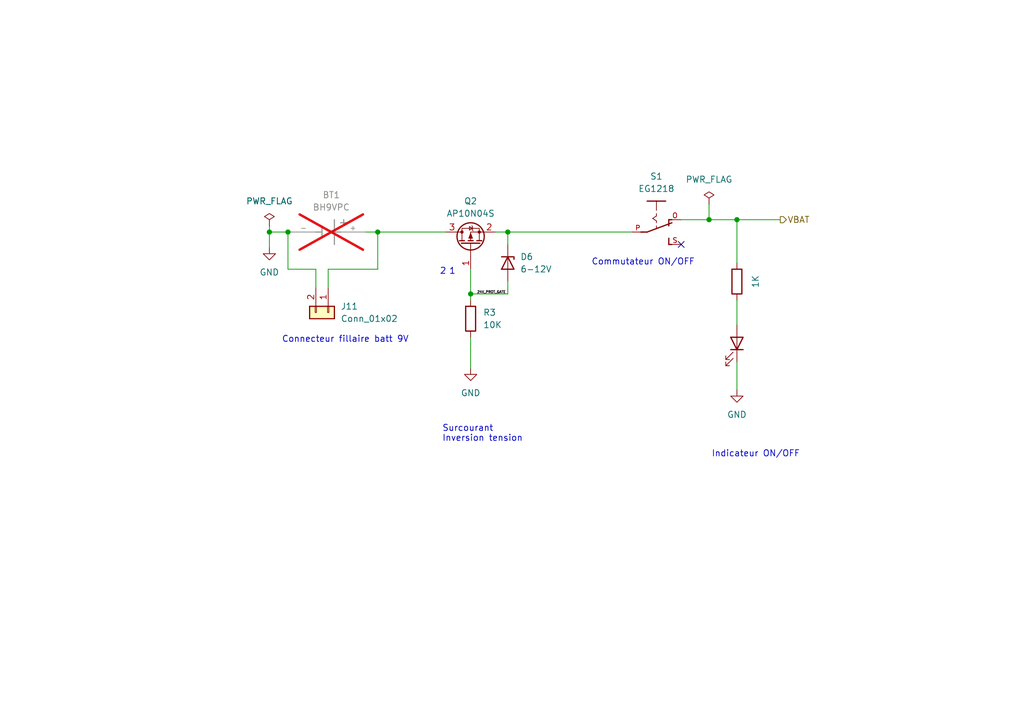
<source format=kicad_sch>
(kicad_sch (version 20230121) (generator eeschema)
  (paper "A5")
  (title_block (title "Power supply - batterie 9V") (company "IngRéadapt UL") (comment 1 "Autheur : Marc-Antoine Guay"))
  (lib_symbols
    (symbol "CeintureRespAT:A03401A" (pin_names hide)
      (property "Reference" "Q2" (at 8.89 0 90))
      (property "Value" "AP10N04S" (at 6.35 0 90))
      (symbol "A03401A_0_1"
        (polyline (pts (xy 0.254 0) (xy -2.54 0)))
        (polyline (pts (xy 0.254 1.905) (xy 0.254 -1.905)) (stroke (width 0.254)))
        (polyline (pts (xy 0.762 -1.27) (xy 0.762 -2.286)) (stroke (width 0.254)))
        (polyline (pts (xy 0.762 0.508) (xy 0.762 -0.508)) (stroke (width 0.254)))
        (polyline (pts (xy 0.762 2.286) (xy 0.762 1.27)) (stroke (width 0.254)))
        (polyline (pts (xy 2.54 2.54) (xy 2.54 1.778)))
        (polyline (pts (xy 2.54 -2.54) (xy 2.54 0) (xy 0.762 0)))
        (polyline (pts (xy 0.762 1.778) (xy 3.302 1.778) (xy 3.302 -1.778) (xy 0.762 -1.778)))
        (polyline (pts (xy 2.286 0) (xy 1.27 0.381) (xy 1.27 -0.381) (xy 2.286 0)) (fill (type outline)))
        (polyline (pts (xy 2.794 -0.508) (xy 2.921 -0.381) (xy 3.683 -0.381) (xy 3.81 -0.254)))
        (polyline (pts (xy 3.302 -0.381) (xy 2.921 0.254) (xy 3.683 0.254) (xy 3.302 -0.381)))
        (circle (center 1.651 0) (radius 2.794) (stroke (width 0.254)))
        (circle (center 2.54 -1.778) (radius 0.254) (fill (type outline)))
        (circle (center 2.54 1.778) (radius 0.254) (fill (type outline)))
      )
      (symbol "A03401A_1_1"
        (pin passive line (at -5.08 0 0) (length 2.54) (name "G") (number "1"))
        (pin passive line (at 2.54 -5.08 90) (length 2.54) (name "S") (number "2"))
        (pin tri_state line (at 2.54 5.08 270) (length 2.54) (name "D") (number "3"))
      )
    )
    (symbol "CeintureRespAT:BH9VPC" (pin_names (offset 1.016))
      (property "Reference" "BT" (at -3.81 3.81 0))
      (property "Value" "BH9VPC" (at -3.81 -5.08 0))
      (symbol "BH9VPC_0_0"
        (polyline (pts (xy -3.81 1.905) (xy -2.54 1.905)) (stroke (width 0.254)))
        (polyline (pts (xy -3.175 2.54) (xy -3.175 1.27)) (stroke (width 0.254)))
        (polyline (pts (xy -1.27 0) (xy -2.54 0)) (stroke (width 0.254)))
        (polyline (pts (xy -1.27 0) (xy -1.27 -2.54)) (stroke (width 0.254)))
        (polyline (pts (xy -1.27 2.54) (xy -1.27 0)) (stroke (width 0.254)))
        (polyline (pts (xy 1.27 0) (xy 1.27 -1.27)) (stroke (width 0.254)))
        (polyline (pts (xy 1.27 0) (xy 2.54 0)) (stroke (width 0.254)))
        (polyline (pts (xy 1.27 1.27) (xy 1.27 0)) (stroke (width 0.254)))
        (pin passive line (at -7.62 0 0) (length 5.08) (name "~") (number "+"))
        (pin passive line (at 7.62 0 180) (length 5.08) (name "~") (number "-"))
      )
    )
    (symbol "CeintureRespAT:EG1218" (pin_names (offset 1.016))
      (property "Reference" "S" (at -6.35 -1.905 90))
      (property "Value" "EG1218" (at -3.81 3.175 90))
      (symbol "EG1218_0_0"
        (polyline (pts (xy -3.81 0) (xy -3.81 -1.905)) (stroke (width 0.254)))
        (polyline (pts (xy -3.81 0) (xy -1.905 0)) (stroke (width 0.1524)))
        (polyline (pts (xy -3.81 1.905) (xy -3.81 0)) (stroke (width 0.254)))
        (polyline (pts (xy -1.27 0) (xy -0.762 0)) (stroke (width 0.1524)))
        (polyline (pts (xy -0.762 0) (xy -0.254 -0.762)) (stroke (width 0.1524)))
        (polyline (pts (xy -0.254 -0.762) (xy 0.254 0)) (stroke (width 0.1524)))
        (polyline (pts (xy 0 2.54) (xy 0 3.175)) (stroke (width 0.254)))
        (polyline (pts (xy 0 2.54) (xy 1.27 2.54)) (stroke (width 0.254)))
        (polyline (pts (xy 0.254 0) (xy 0.635 0)) (stroke (width 0.1524)))
        (polyline (pts (xy 1.27 0) (xy 1.905 0)) (stroke (width 0.1524)))
        (polyline (pts (xy 2.54 -3.175) (xy 2.54 -1.905)) (stroke (width 0.254)))
        (polyline (pts (xy 2.54 -1.905) (xy 0.635 3.175)) (stroke (width 0.254)))
        (polyline (pts (xy 3.81 2.54) (xy 5.08 2.54)) (stroke (width 0.254)))
        (polyline (pts (xy 5.08 2.54) (xy 5.08 3.175)) (stroke (width 0.254)))
        (pin passive line (at 0 5.08 270) (length 2.54) (name "~") (number "O"))
        (pin passive line (at 2.54 -5.08 90) (length 2.54) (name "~") (number "P"))
        (pin passive line (at 5.08 5.08 270) (length 2.54) (name "~") (number "S"))
      )
    )
    (symbol "Connector_Generic:Conn_01x02" (pin_names (offset 1.016) hide)
      (property "Reference" "J" (at 0 2.54 0))
      (property "Value" "Conn_01x02" (at 0 -5.08 0))
      (symbol "Conn_01x02_1_1"
        (rectangle (start -1.27 -2.413) (end 0 -2.667) (stroke (width 0.1524)))
        (rectangle (start -1.27 0.127) (end 0 -0.127) (stroke (width 0.1524)))
        (rectangle (start -1.27 1.27) (end 1.27 -3.81) (stroke (width 0.254)) (fill (type background)))
        (pin passive line (at -5.08 0 0) (length 3.81) (name "Pin_1") (number "1"))
        (pin passive line (at -5.08 -2.54 0) (length 3.81) (name "Pin_2") (number "2"))
      )
    )
    (symbol "Device:D_Zener" (pin_numbers hide) (pin_names (offset 1.016) hide)
      (property "Reference" "D" (at 0 2.54 0))
      (property "Value" "D_Zener" (at 0 -2.54 0))
      (symbol "D_Zener_0_1"
        (polyline (pts (xy 1.27 0) (xy -1.27 0)))
        (polyline (pts (xy -1.27 -1.27) (xy -1.27 1.27) (xy -0.762 1.27)) (stroke (width 0.254)))
        (polyline (pts (xy 1.27 -1.27) (xy 1.27 1.27) (xy -1.27 0) (xy 1.27 -1.27)) (stroke (width 0.254)))
      )
      (symbol "D_Zener_1_1"
        (pin passive line (at -3.81 0 0) (length 2.54) (name "K") (number "1"))
        (pin passive line (at 3.81 0 180) (length 2.54) (name "A") (number "2"))
      )
    )
    (symbol "Device:LED" (pin_numbers hide) (pin_names (offset 1.016) hide)
      (property "Reference" "D" (at 0 2.54 0))
      (property "Value" "LED" (at 0 -2.54 0))
      (symbol "LED_0_1"
        (polyline (pts (xy -1.27 -1.27) (xy -1.27 1.27)) (stroke (width 0.254)))
        (polyline (pts (xy -1.27 0) (xy 1.27 0)))
        (polyline (pts (xy 1.27 -1.27) (xy 1.27 1.27) (xy -1.27 0) (xy 1.27 -1.27)) (stroke (width 0.254)))
        (polyline (pts (xy -3.048 -0.762) (xy -4.572 -2.286) (xy -3.81 -2.286) (xy -4.572 -2.286) (xy -4.572 -1.524)))
        (polyline (pts (xy -1.778 -0.762) (xy -3.302 -2.286) (xy -2.54 -2.286) (xy -3.302 -2.286) (xy -3.302 -1.524)))
      )
      (symbol "LED_1_1"
        (pin passive line (at -3.81 0 0) (length 2.54) (name "K") (number "1"))
        (pin passive line (at 3.81 0 180) (length 2.54) (name "A") (number "2"))
      )
    )
    (symbol "Device:R" (pin_numbers hide) (pin_names (offset 0))
      (property "Reference" "R" (at 2.032 0 90))
      (property "Value" "R" (at 0 0 90))
      (symbol "R_0_1"
        (rectangle (start -1.016 -2.54) (end 1.016 2.54) (stroke (width 0.254)))
      )
      (symbol "R_1_1"
        (pin passive line (at 0 3.81 270) (length 1.27) (name "~") (number "1"))
        (pin passive line (at 0 -3.81 90) (length 1.27) (name "~") (number "2"))
      )
    )
    (symbol "power:GND" (power) (pin_names (offset 0))
      (property "Value" "GND" (at 0 -3.81 0))
      (symbol "GND_0_1"
        (polyline (pts (xy 0 0) (xy 0 -1.27) (xy 1.27 -1.27) (xy 0 -2.54) (xy -1.27 -1.27) (xy 0 -1.27)))
      )
      (symbol "GND_1_1"
        (pin power_in line (at 0 0 270) (length 0) hide (name "GND") (number "1"))
      )
    )
    (symbol "power:PWR_FLAG" (power) (pin_numbers hide) (pin_names (offset 0) hide)
      (property "Value" "PWR_FLAG" (at 0 3.81 0))
      (symbol "PWR_FLAG_0_0"
        (pin power_out line (at 0 0 90) (length 0) (name "pwr") (number "1"))
      )
      (symbol "PWR_FLAG_0_1"
        (polyline (pts (xy 0 0) (xy 0 1.27) (xy -1.016 1.905) (xy 0 2.54) (xy 1.016 1.905) (xy 0 1.27)))
      )
    )
  )
  (junction (at 104.14 47.625))
  (junction (at 59.055 47.625))
  (junction (at 77.47 47.625))
  (junction (at 145.415 45.085))
  (junction (at 96.52 60.325))
  (junction (at 55.245 47.625))
  (junction (at 151.13 45.085))
  (no_connect (at 139.7 50.165))
  (wire (pts (xy 104.14 47.625) (xy 104.14 50.165)))
  (wire (pts (xy 59.055 47.625) (xy 55.245 47.625)))
  (wire (pts (xy 74.93 47.625) (xy 77.47 47.625)))
  (wire (pts (xy 151.13 45.085) (xy 151.13 53.975)))
  (wire (pts (xy 96.52 69.215) (xy 96.52 75.565)))
  (wire (pts (xy 145.415 45.085) (xy 151.13 45.085)))
  (wire (pts (xy 55.245 47.625) (xy 55.245 46.355)))
  (wire (pts (xy 139.7 45.085) (xy 145.415 45.085)))
  (wire (pts (xy 67.31 55.245) (xy 77.47 55.245)))
  (wire (pts (xy 151.13 74.295) (xy 151.13 80.01)))
  (wire (pts (xy 96.52 60.325) (xy 96.52 61.595)))
  (wire (pts (xy 77.47 47.625) (xy 91.44 47.625)))
  (wire (pts (xy 96.52 55.245) (xy 96.52 60.325)))
  (wire (pts (xy 67.31 59.055) (xy 67.31 55.245)))
  (wire (pts (xy 77.47 55.245) (xy 77.47 47.625)))
  (wire (pts (xy 59.055 55.245) (xy 64.77 55.245)))
  (wire (pts (xy 55.245 47.625) (xy 55.245 50.8)))
  (wire (pts (xy 104.14 57.785) (xy 104.14 60.325)))
  (wire (pts (xy 151.13 45.085) (xy 160.02 45.085)))
  (wire (pts (xy 59.69 47.625) (xy 59.055 47.625)))
  (wire (pts (xy 64.77 59.055) (xy 64.77 55.245)))
  (wire (pts (xy 145.415 41.91) (xy 145.415 45.085)))
  (wire (pts (xy 59.055 47.625) (xy 59.055 55.245)))
  (wire (pts (xy 104.14 47.625) (xy 129.54 47.625)))
  (wire (pts (xy 96.52 60.325) (xy 104.14 60.325)))
  (wire (pts (xy 101.6 47.625) (xy 104.14 47.625)))
  (wire (pts (xy 151.13 61.595) (xy 151.13 66.675)))
  (text "1" (at 92.075 56.515 0) (effects (font (size 1.27 1.27)) (justify left bottom)))
  (text "Connecteur fillaire batt 9V" (at 57.785 70.485 0) (effects (font (size 1.27 1.27)) (justify left bottom)))
  (text "Commutateur ON/OFF" (at 121.285 54.61 0) (effects (font (size 1.27 1.27)) (justify left bottom)))
  (text "Indicateur ON/OFF" (at 145.923 93.98 0) (effects (font (size 1.27 1.27)) (justify left bottom)))
  (text "Surcourant\nInversion tension" (at 90.678 90.805 0) (effects (font (size 1.27 1.27)) (justify left bottom)))
  (text "2\n" (at 90.17 56.515 0) (effects (font (size 1.27 1.27)) (justify left bottom)))
  (label "24V_PROT_GATE" (at 97.79 60.325 0) (effects (font (size 0.5 0.5))))
  (hierarchical_label "VBAT" (shape output) (at 160.02 45.085 0))
  (symbol (lib_id "Connector_Generic:Conn_01x02") (at 67.31 64.135 270) (unit 1)
    (property "Reference" "J11" (at 69.85 62.865 90) (effects (justify left)))
    (property "Value" "Conn_01x02" (at 69.85 65.405 90) (effects (justify left)))
    (property "Footprint" "Connector_PinHeader_2.54mm:PinHeader_1x02_P2.54mm_Vertical" (effects hide))
  )
  (symbol (lib_id "power:GND") (at 96.52 75.565 0) (unit 1)
    (property "Reference" "#PWR039" (effects hide))
    (property "Value" "GND" (at 96.52 80.645 0))
  )
  (symbol (lib_id "CeintureRespAT:EG1218") (at 134.62 45.085 270) (unit 1)
    (property "Reference" "S1" (at 134.62 36.195 90))
    (property "Value" "EG1218" (at 134.62 38.735 90))
    (property "Footprint" "CentureResp:EG1218" (effects hide))
    (property "DigiKey" "EG1218" (effects hide))
  )
  (symbol (lib_id "Device:LED") (at 151.13 70.485 270) (mirror x) (unit 1)
    (property "Reference" "D3" (effects hide))
    (property "Value" "LED" (effects hide))
    (property "Footprint" "LED_THT:LED_D3.0mm" (effects hide))
    (instances (project "Ceinture Respiration" (path "" (reference "D3") (unit 1)) (path "" (reference "D3") (unit 1)) (path "" (reference "D5") (unit 1))))
  )
  (symbol (lib_id "Device:R") (at 151.13 57.785 0) (mirror x) (unit 1)
    (property "Reference" "R6" (effects hide))
    (property "Value" "1K" (at 154.94 57.785 90))
    (property "Footprint" "Resistor_SMD:R_0603_1608Metric" (effects hide))
    (property "LCSC" "C21190" (effects hide))
    (instances (project "Ceinture Respiration" (path "" (reference "R6") (unit 1)) (path "" (reference "R2") (unit 1)) (path "" (reference "R9") (unit 1))))
  )
  (symbol (lib_id "power:PWR_FLAG") (at 55.245 46.355 0) (unit 1)
    (property "Reference" "#FLG03" (effects hide))
    (property "Value" "PWR_FLAG" (at 55.245 41.275 0))
  )
  (symbol (lib_id "power:GND") (at 55.245 50.8 0) (unit 1)
    (property "Reference" "#PWR038" (effects hide))
    (property "Value" "GND" (at 55.245 55.88 0))
  )
  (symbol (lib_id "CeintureRespAT:A03401A") (at 96.52 50.165 90) (unit 1)
    (property "Reference" "Q2" (at 96.52 41.275 90))
    (property "Value" "AP10N04S" (at 96.52 43.815 90))
    (property "Footprint" "Package_TO_SOT_SMD:SOT-23" (effects hide))
    (property "Datasheet" "https://datasheet.lcsc.com/lcsc/2205071516_A-Power-microelectronics-https://datasheet.lcsc.com/lcsc/1810171817_Alpha---Omega-Semicon-AO3401A_C15127.pdf" (effects hide))
    (property "LCSC" "C15127" (effects hide))
    (instances (project "Ceinture Respiration" (path "" (reference "Q2") (unit 1)) (path "" (reference "Q2") (unit 1))) (project "MotorDriverAT" (path "" (reference "Q1") (unit 1))))
  )
  (symbol (lib_id "power:PWR_FLAG") (at 145.415 41.91 0) (unit 1)
    (property "Reference" "#FLG04" (effects hide))
    (property "Value" "PWR_FLAG" (at 145.415 36.83 0))
  )
  (symbol (lib_id "power:GND") (at 151.13 80.01 0) (unit 1)
    (property "Reference" "#PWR040" (effects hide))
    (property "Value" "GND" (at 151.13 85.09 0))
  )
  (symbol (lib_id "Device:D_Zener") (at 104.14 53.975 270) (unit 1)
    (property "Reference" "D6" (at 106.68 52.7049 90) (effects (justify left)))
    (property "Value" "6-12V" (at 106.68 55.2449 90) (effects (justify left)))
    (property "Footprint" "Diode_SMD:D_SOD-323" (effects hide))
    (property "LCSC" "C2103" (effects hide))
    (instances (project "Ceinture Respiration" (path "" (reference "D6") (unit 1)) (path "" (reference "D4") (unit 1))) (project "MotorDriverAT" (path "" (reference "D4") (unit 1))))
  )
  (symbol (lib_id "Device:R") (at 96.52 65.405 0) (unit 1)
    (property "Reference" "R3" (at 99.06 64.1349 0) (effects (justify left)))
    (property "Value" "10K" (at 99.06 66.6749 0) (effects (justify left)))
    (property "Footprint" "Resistor_SMD:R_0402_1005Metric" (effects hide))
    (property "LCSC" "C25744" (effects hide))
    (instances (project "Ceinture Respiration" (path "" (reference "R3") (unit 1)) (path "" (reference "R8") (unit 1))) (project "MotorDriverAT" (path "" (reference "R6") (unit 1))))
  )
  (symbol (lib_id "CeintureRespAT:BH9VPC") (at 67.31 47.625 0) (mirror y) (unit 1) (in_bom no) (on_board no) (dnp yes)
    (property "Reference" "BT1" (at 67.945 40.005 0))
    (property "Value" "BH9VPC" (at 67.945 42.545 0))
    (property "Footprint" "CentureResp:BAT_BH9VPC" (effects hide))
    (property "PARTREV" "F" (effects hide))
    (property "STANDARD" "Manufacturer Recommendations" (effects hide))
    (property "MAXIMUM_PACKAGE_HEIGHT" "20.62mm" (effects hide))
    (property "MANUFACTURER" "MPD" (effects hide))
  )
)
</source>
